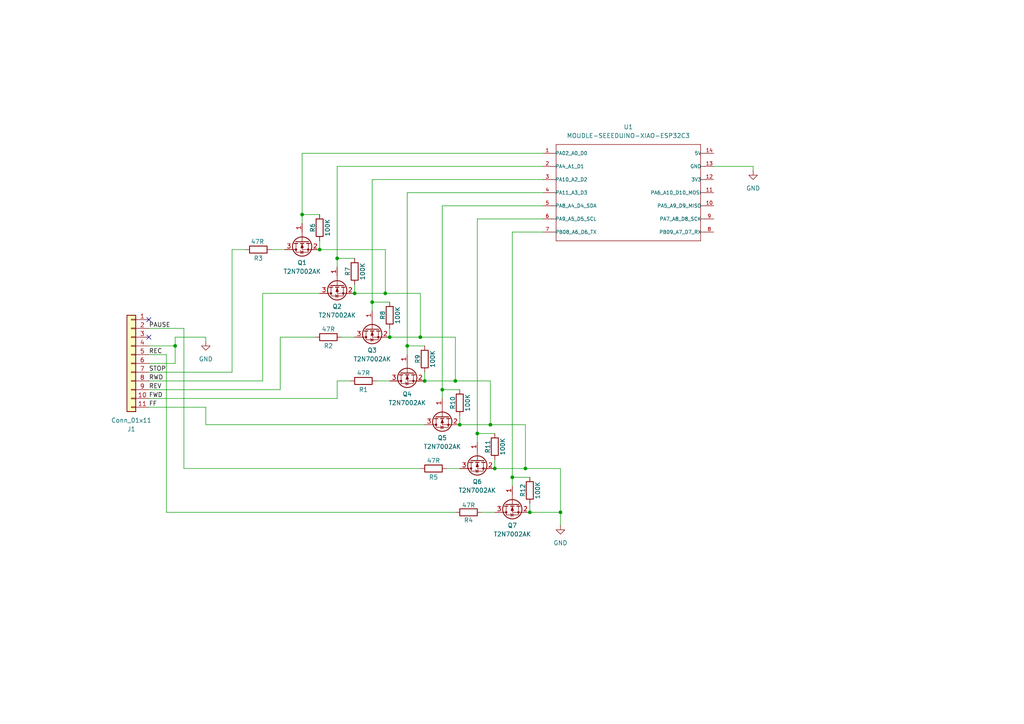
<source format=kicad_sch>
(kicad_sch (version 20250114) (generator "eeschema") (generator_version "9.0")
  (paper "A4")
  (title_block (title "Akai GX 635 Remote") (date "2025-09-22") (rev "1.0") (company "Funkeleinhorn"))
  (lib_symbols
    (symbol "Connector_Generic:Conn_01x11" (pin_names (offset 1.016) (hide yes))
      (property "Reference" "J" (at 0 15.24 0))
      (property "Value" "Conn_01x11" (at 0 -15.24 0))
      (symbol "Conn_01x11_1_1"
        (rectangle (start -1.27 13.97) (end 1.27 -13.97) (stroke (width 0.254)) (fill (type background)))
        (rectangle (start -1.27 12.827) (end 0 12.573) (stroke (width 0.1524)))
        (rectangle (start -1.27 10.287) (end 0 10.033) (stroke (width 0.1524)))
        (rectangle (start -1.27 7.747) (end 0 7.493) (stroke (width 0.1524)))
        (rectangle (start -1.27 5.207) (end 0 4.953) (stroke (width 0.1524)))
        (rectangle (start -1.27 2.667) (end 0 2.413) (stroke (width 0.1524)))
        (rectangle (start -1.27 0.127) (end 0 -0.127) (stroke (width 0.1524)))
        (rectangle (start -1.27 -2.413) (end 0 -2.667) (stroke (width 0.1524)))
        (rectangle (start -1.27 -4.953) (end 0 -5.207) (stroke (width 0.1524)))
        (rectangle (start -1.27 -7.493) (end 0 -7.747) (stroke (width 0.1524)))
        (rectangle (start -1.27 -10.033) (end 0 -10.287) (stroke (width 0.1524)))
        (rectangle (start -1.27 -12.573) (end 0 -12.827) (stroke (width 0.1524)))
        (pin passive line (at -5.08 12.7 0) (length 3.81) (name "Pin_1") (number "1"))
        (pin passive line (at -5.08 10.16 0) (length 3.81) (name "Pin_2") (number "2"))
        (pin passive line (at -5.08 7.62 0) (length 3.81) (name "Pin_3") (number "3"))
        (pin passive line (at -5.08 5.08 0) (length 3.81) (name "Pin_4") (number "4"))
        (pin passive line (at -5.08 2.54 0) (length 3.81) (name "Pin_5") (number "5"))
        (pin passive line (at -5.08 0 0) (length 3.81) (name "Pin_6") (number "6"))
        (pin passive line (at -5.08 -2.54 0) (length 3.81) (name "Pin_7") (number "7"))
        (pin passive line (at -5.08 -5.08 0) (length 3.81) (name "Pin_8") (number "8"))
        (pin passive line (at -5.08 -7.62 0) (length 3.81) (name "Pin_9") (number "9"))
        (pin passive line (at -5.08 -10.16 0) (length 3.81) (name "Pin_10") (number "10"))
        (pin passive line (at -5.08 -12.7 0) (length 3.81) (name "Pin_11") (number "11"))
      )
    )
    (symbol "Device:R" (pin_numbers (hide yes)) (pin_names (offset 0))
      (property "Reference" "R" (at 2.032 0 90))
      (property "Value" "R" (at 0 0 90))
      (symbol "R_0_1"
        (rectangle (start -1.016 -2.54) (end 1.016 2.54) (stroke (width 0.254)))
      )
      (symbol "R_1_1"
        (pin passive line (at 0 3.81 270) (length 1.27) (name "~") (number "1"))
        (pin passive line (at 0 -3.81 90) (length 1.27) (name "~") (number "2"))
      )
    )
    (symbol "MOUDLE-SEEEDUINO-XIAO-ESP32C3:MOUDLE-SEEEDUINO-XIAO-ESP32C3" (pin_names (offset 1.016))
      (property "Reference" "U" (at -21.59 15.24 0))
      (property "Value" "MOUDLE-SEEEDUINO-XIAO-ESP32C3" (at -21.59 13.97 0))
      (symbol "MOUDLE-SEEEDUINO-XIAO-ESP32C3_0_0"
        (polyline (pts (xy -21.59 13.97) (xy 20.32 13.97)) (stroke (width 0.1524)))
        (polyline (pts (xy -21.59 11.43) (xy -22.86 11.43)) (stroke (width 0.1524)))
        (polyline (pts (xy -21.59 11.43) (xy -21.59 13.97)) (stroke (width 0.1524)))
        (polyline (pts (xy -21.59 7.62) (xy -22.86 7.62)) (stroke (width 0.1524)))
        (polyline (pts (xy -21.59 7.62) (xy -21.59 11.43)) (stroke (width 0.1524)))
        (polyline (pts (xy -21.59 3.81) (xy -22.86 3.81)) (stroke (width 0.1524)))
        (polyline (pts (xy -21.59 3.81) (xy -21.59 7.62)) (stroke (width 0.1524)))
        (polyline (pts (xy -21.59 0) (xy -22.86 0)) (stroke (width 0.1524)))
        (polyline (pts (xy -21.59 0) (xy -21.59 3.81)) (stroke (width 0.1524)))
        (polyline (pts (xy -21.59 -3.81) (xy -22.86 -3.81)) (stroke (width 0.1524)))
        (polyline (pts (xy -21.59 -7.62) (xy -22.86 -7.62)) (stroke (width 0.1524)))
        (polyline (pts (xy -21.59 -11.43) (xy -22.86 -11.43)) (stroke (width 0.1524)))
        (polyline (pts (xy -21.59 -13.97) (xy -21.59 0)) (stroke (width 0.1524)))
        (polyline (pts (xy 20.32 13.97) (xy 20.32 11.43)) (stroke (width 0.1524)))
        (polyline (pts (xy 20.32 11.43) (xy 20.32 7.62)) (stroke (width 0.1524)))
        (polyline (pts (xy 20.32 7.62) (xy 20.32 3.81)) (stroke (width 0.1524)))
        (polyline (pts (xy 20.32 3.81) (xy 20.32 -13.97)) (stroke (width 0.1524)))
        (polyline (pts (xy 20.32 -13.97) (xy -21.59 -13.97)) (stroke (width 0.1524)))
        (polyline (pts (xy 21.59 11.43) (xy 20.32 11.43)) (stroke (width 0.1524)))
        (polyline (pts (xy 21.59 7.62) (xy 20.32 7.62)) (stroke (width 0.1524)))
        (polyline (pts (xy 21.59 3.81) (xy 20.32 3.81)) (stroke (width 0.1524)))
        (polyline (pts (xy 21.59 0) (xy 20.32 0)) (stroke (width 0.1524)))
        (polyline (pts (xy 21.59 -3.81) (xy 20.32 -3.81)) (stroke (width 0.1524)))
        (polyline (pts (xy 21.59 -7.62) (xy 20.32 -7.62)) (stroke (width 0.1524)))
        (polyline (pts (xy 21.59 -11.43) (xy 20.32 -11.43)) (stroke (width 0.1524)))
        (pin bidirectional line (at -25.4 11.43 0) (length 2.54) (name "PA02_A0_D0") (number "1"))
        (pin bidirectional line (at -25.4 7.62 0) (length 2.54) (name "PA4_A1_D1") (number "2"))
        (pin bidirectional line (at -25.4 3.81 0) (length 2.54) (name "PA10_A2_D2") (number "3"))
        (pin bidirectional line (at -25.4 0 0) (length 2.54) (name "PA11_A3_D3") (number "4"))
        (pin bidirectional line (at -25.4 -3.81 0) (length 2.54) (name "PA8_A4_D4_SDA") (number "5"))
        (pin bidirectional line (at -25.4 -7.62 0) (length 2.54) (name "PA9_A5_D5_SCL") (number "6"))
        (pin bidirectional line (at -25.4 -11.43 0) (length 2.54) (name "PB08_A6_D6_TX") (number "7"))
        (pin bidirectional line (at 24.13 11.43 180) (length 2.54) (name "5V") (number "14"))
        (pin bidirectional line (at 24.13 7.62 180) (length 2.54) (name "GND") (number "13"))
        (pin bidirectional line (at 24.13 3.81 180) (length 2.54) (name "3V3") (number "12"))
        (pin bidirectional line (at 24.13 0 180) (length 2.54) (name "PA6_A10_D10_MOSI") (number "11"))
        (pin bidirectional line (at 24.13 -3.81 180) (length 2.54) (name "PA5_A9_D9_MISO") (number "10"))
        (pin bidirectional line (at 24.13 -7.62 180) (length 2.54) (name "PA7_A8_D8_SCK") (number "9"))
        (pin bidirectional line (at 24.13 -11.43 180) (length 2.54) (name "PB09_A7_D7_RX") (number "8"))
      )
    )
    (symbol "Transistor_FET:T2N7002AK" (pin_names (hide yes))
      (property "Reference" "Q" (at 5.08 1.905 0))
      (property "Value" "T2N7002AK" (at 5.08 0 0))
      (symbol "T2N7002AK_0_1"
        (polyline (pts (xy 0.254 1.905) (xy 0.254 -1.905)) (stroke (width 0.254)))
        (polyline (pts (xy 0.254 0) (xy -2.54 0)))
        (polyline (pts (xy 0.762 2.286) (xy 0.762 1.27)) (stroke (width 0.254)))
        (polyline (pts (xy 0.762 0.508) (xy 0.762 -0.508)) (stroke (width 0.254)))
        (polyline (pts (xy 0.762 -1.27) (xy 0.762 -2.286)) (stroke (width 0.254)))
        (polyline (pts (xy 0.762 -1.778) (xy 3.302 -1.778) (xy 3.302 1.778) (xy 0.762 1.778)))
        (polyline (pts (xy 1.016 0) (xy 2.032 0.381) (xy 2.032 -0.381) (xy 1.016 0)) (fill (type outline)))
        (circle (center 1.651 0) (radius 2.794) (stroke (width 0.254)))
        (polyline (pts (xy 2.54 2.54) (xy 2.54 1.778)))
        (circle (center 2.54 1.778) (radius 0.254) (fill (type outline)))
        (circle (center 2.54 -1.778) (radius 0.254) (fill (type outline)))
        (polyline (pts (xy 2.54 -2.54) (xy 2.54 0) (xy 0.762 0)))
        (polyline (pts (xy 2.794 0.508) (xy 2.921 0.381) (xy 3.683 0.381) (xy 3.81 0.254)))
        (polyline (pts (xy 3.302 0.381) (xy 2.921 -0.254) (xy 3.683 -0.254) (xy 3.302 0.381)))
      )
      (symbol "T2N7002AK_1_1"
        (pin input line (at -5.08 0 0) (length 2.54) (name "G") (number "1"))
        (pin passive line (at 2.54 5.08 270) (length 2.54) (name "D") (number "3"))
        (pin passive line (at 2.54 -5.08 90) (length 2.54) (name "S") (number "2"))
      )
    )
    (symbol "power:GND" (power) (pin_numbers (hide yes)) (pin_names (offset 0) (hide yes))
      (property "Value" "GND" (at 0 -3.81 0))
      (symbol "GND_0_1"
        (polyline (pts (xy 0 0) (xy 0 -1.27) (xy 1.27 -1.27) (xy 0 -2.54) (xy -1.27 -1.27) (xy 0 -1.27)))
      )
      (symbol "GND_1_1"
        (pin power_in line (at 0 0 270) (length 0) (name "~") (number "1"))
      )
    )
  )
  (junction (at 133.35 123.19))
  (junction (at 148.59 138.43))
  (junction (at 132.08 110.49))
  (junction (at 92.71 72.39))
  (junction (at 50.8 100.33))
  (junction (at 128.27 113.03))
  (junction (at 152.4 135.89))
  (junction (at 138.43 125.73))
  (junction (at 118.11 100.33))
  (junction (at 162.56 148.59))
  (junction (at 121.92 97.79))
  (junction (at 142.24 123.19))
  (junction (at 111.76 85.09))
  (junction (at 97.79 74.93))
  (junction (at 113.03 97.79))
  (junction (at 87.63 62.23))
  (junction (at 107.95 87.63))
  (junction (at 123.19 110.49))
  (junction (at 102.87 85.09))
  (junction (at 153.67 148.59))
  (junction (at 143.51 135.89))
  (no_connect (at 43.18 97.79))
  (no_connect (at 43.18 92.71))
  (wire (pts (xy 59.69 97.79) (xy 59.69 99.06)))
  (wire (pts (xy 107.95 87.63) (xy 113.03 87.63)))
  (wire (pts (xy 118.11 55.88) (xy 157.48 55.88)))
  (wire (pts (xy 111.76 72.39) (xy 92.71 72.39)))
  (wire (pts (xy 43.18 100.33) (xy 50.8 100.33)))
  (wire (pts (xy 97.79 110.49) (xy 97.79 115.57)))
  (wire (pts (xy 142.24 123.19) (xy 142.24 110.49)))
  (wire (pts (xy 118.11 100.33) (xy 118.11 102.87)))
  (wire (pts (xy 118.11 55.88) (xy 118.11 100.33)))
  (wire (pts (xy 109.22 110.49) (xy 113.03 110.49)))
  (wire (pts (xy 121.92 85.09) (xy 111.76 85.09)))
  (wire (pts (xy 107.95 52.07) (xy 157.48 52.07)))
  (wire (pts (xy 102.87 82.55) (xy 102.87 85.09)))
  (wire (pts (xy 132.08 97.79) (xy 121.92 97.79)))
  (wire (pts (xy 107.95 52.07) (xy 107.95 87.63)))
  (wire (pts (xy 152.4 123.19) (xy 142.24 123.19)))
  (wire (pts (xy 76.2 110.49) (xy 43.18 110.49)))
  (wire (pts (xy 97.79 48.26) (xy 157.48 48.26)))
  (wire (pts (xy 50.8 105.41) (xy 50.8 100.33)))
  (wire (pts (xy 138.43 128.27) (xy 138.43 125.73)))
  (wire (pts (xy 87.63 62.23) (xy 92.71 62.23)))
  (wire (pts (xy 148.59 140.97) (xy 148.59 138.43)))
  (wire (pts (xy 138.43 125.73) (xy 143.51 125.73)))
  (wire (pts (xy 87.63 44.45) (xy 87.63 62.23)))
  (wire (pts (xy 92.71 85.09) (xy 76.2 85.09)))
  (wire (pts (xy 50.8 97.79) (xy 50.8 100.33)))
  (wire (pts (xy 139.7 148.59) (xy 143.51 148.59)))
  (wire (pts (xy 129.54 135.89) (xy 133.35 135.89)))
  (wire (pts (xy 152.4 135.89) (xy 152.4 123.19)))
  (wire (pts (xy 128.27 59.69) (xy 128.27 113.03)))
  (wire (pts (xy 67.31 107.95) (xy 43.18 107.95)))
  (wire (pts (xy 59.69 123.19) (xy 59.69 118.11)))
  (wire (pts (xy 162.56 152.4) (xy 162.56 148.59)))
  (wire (pts (xy 53.34 135.89) (xy 121.92 135.89)))
  (wire (pts (xy 128.27 115.57) (xy 128.27 113.03)))
  (wire (pts (xy 148.59 67.31) (xy 157.48 67.31)))
  (wire (pts (xy 53.34 95.25) (xy 53.34 135.89)))
  (wire (pts (xy 97.79 110.49) (xy 101.6 110.49)))
  (wire (pts (xy 97.79 48.26) (xy 97.79 74.93)))
  (wire (pts (xy 43.18 105.41) (xy 50.8 105.41)))
  (wire (pts (xy 43.18 113.03) (xy 81.28 113.03)))
  (wire (pts (xy 132.08 110.49) (xy 123.19 110.49)))
  (wire (pts (xy 121.92 97.79) (xy 121.92 85.09)))
  (wire (pts (xy 81.28 97.79) (xy 91.44 97.79)))
  (wire (pts (xy 87.63 44.45) (xy 157.48 44.45)))
  (wire (pts (xy 138.43 63.5) (xy 157.48 63.5)))
  (wire (pts (xy 123.19 107.95) (xy 123.19 110.49)))
  (wire (pts (xy 132.08 110.49) (xy 132.08 97.79)))
  (wire (pts (xy 48.26 148.59) (xy 132.08 148.59)))
  (wire (pts (xy 153.67 148.59) (xy 162.56 148.59)))
  (wire (pts (xy 76.2 85.09) (xy 76.2 110.49)))
  (wire (pts (xy 133.35 120.65) (xy 133.35 123.19)))
  (wire (pts (xy 142.24 123.19) (xy 133.35 123.19)))
  (wire (pts (xy 218.44 48.26) (xy 218.44 49.53)))
  (wire (pts (xy 153.67 146.05) (xy 153.67 148.59)))
  (wire (pts (xy 207.01 48.26) (xy 218.44 48.26)))
  (wire (pts (xy 78.74 72.39) (xy 82.55 72.39)))
  (wire (pts (xy 113.03 95.25) (xy 113.03 97.79)))
  (wire (pts (xy 50.8 97.79) (xy 59.69 97.79)))
  (wire (pts (xy 99.06 97.79) (xy 102.87 97.79)))
  (wire (pts (xy 59.69 118.11) (xy 43.18 118.11)))
  (wire (pts (xy 162.56 135.89) (xy 152.4 135.89)))
  (wire (pts (xy 92.71 69.85) (xy 92.71 72.39)))
  (wire (pts (xy 67.31 72.39) (xy 67.31 107.95)))
  (wire (pts (xy 143.51 135.89) (xy 152.4 135.89)))
  (wire (pts (xy 81.28 97.79) (xy 81.28 113.03)))
  (wire (pts (xy 148.59 67.31) (xy 148.59 138.43)))
  (wire (pts (xy 107.95 90.17) (xy 107.95 87.63)))
  (wire (pts (xy 97.79 74.93) (xy 102.87 74.93)))
  (wire (pts (xy 43.18 115.57) (xy 97.79 115.57)))
  (wire (pts (xy 128.27 59.69) (xy 157.48 59.69)))
  (wire (pts (xy 123.19 100.33) (xy 118.11 100.33)))
  (wire (pts (xy 138.43 63.5) (xy 138.43 125.73)))
  (wire (pts (xy 123.19 123.19) (xy 59.69 123.19)))
  (wire (pts (xy 111.76 85.09) (xy 111.76 72.39)))
  (wire (pts (xy 97.79 74.93) (xy 97.79 77.47)))
  (wire (pts (xy 148.59 138.43) (xy 153.67 138.43)))
  (wire (pts (xy 121.92 97.79) (xy 113.03 97.79)))
  (wire (pts (xy 142.24 110.49) (xy 132.08 110.49)))
  (wire (pts (xy 48.26 102.87) (xy 48.26 148.59)))
  (wire (pts (xy 71.12 72.39) (xy 67.31 72.39)))
  (wire (pts (xy 111.76 85.09) (xy 102.87 85.09)))
  (wire (pts (xy 162.56 148.59) (xy 162.56 135.89)))
  (wire (pts (xy 43.18 102.87) (xy 48.26 102.87)))
  (wire (pts (xy 53.34 95.25) (xy 43.18 95.25)))
  (wire (pts (xy 128.27 113.03) (xy 133.35 113.03)))
  (wire (pts (xy 143.51 133.35) (xy 143.51 135.89)))
  (wire (pts (xy 87.63 62.23) (xy 87.63 64.77)))
  (label "REV" (at 43.18 113.03 0))
  (label "STOP" (at 43.18 107.95 0))
  (label "PAUSE" (at 43.18 95.25 0))
  (label "RWD" (at 43.18 110.49 0))
  (label "REC" (at 43.18 102.87 0))
  (label "FF" (at 43.18 118.11 0))
  (label "FWD" (at 43.18 115.57 0))
  (symbol (lib_id "Device:R") (at 125.73 135.89 90) (mirror x) (unit 1)
    (property "Reference" "R5" (at 125.73 138.43 90))
    (property "Value" "47R" (at 125.73 133.604 90))
    (property "Footprint" "Resistor_SMD:R_0603_1608Metric" (effects (hide yes)))
    (property "Description" "Resistor" (effects (hide yes)))
  )
  (symbol (lib_id "power:GND") (at 59.69 99.06 0) (unit 1)
    (property "Reference" "#PWR01" (effects (hide yes)))
    (property "Value" "GND" (at 59.69 104.14 0))
    (property "Description" "Power symbol creates a global label with name \"GND\" , ground" (effects (hide yes)))
  )
  (symbol (lib_id "Transistor_FET:T2N7002AK") (at 107.95 95.25 90) (mirror x) (unit 1)
    (property "Reference" "Q3" (at 107.95 101.6 90))
    (property "Value" "T2N7002AK" (at 107.95 104.14 90))
    (property "Footprint" "Package_TO_SOT_SMD:SOT-23" (effects (hide yes)))
    (property "Datasheet" "https://toshiba.semicon-storage.com/info/docget.jsp?did=29712&prodName=T2N7002AK" (effects (hide yes)))
    (property "Description" "60V Vds, 0.2A Id, N-Channel MOSFET, SOT-23" (effects (hide yes)))
  )
  (symbol (lib_id "Transistor_FET:T2N7002AK") (at 97.79 82.55 90) (mirror x) (unit 1)
    (property "Reference" "Q2" (at 97.79 88.9 90))
    (property "Value" "T2N7002AK" (at 97.79 91.44 90))
    (property "Footprint" "Package_TO_SOT_SMD:SOT-23" (effects (hide yes)))
    (property "Datasheet" "https://toshiba.semicon-storage.com/info/docget.jsp?did=29712&prodName=T2N7002AK" (effects (hide yes)))
    (property "Description" "60V Vds, 0.2A Id, N-Channel MOSFET, SOT-23" (effects (hide yes)))
  )
  (symbol (lib_id "Device:R") (at 113.03 91.44 0) (mirror x) (unit 1)
    (property "Reference" "R8" (at 110.998 91.44 90))
    (property "Value" "100K" (at 115.316 91.44 90))
    (property "Footprint" "Resistor_SMD:R_0603_1608Metric" (effects (hide yes)))
    (property "Description" "Resistor" (effects (hide yes)))
  )
  (symbol (lib_id "Device:R") (at 123.19 104.14 0) (mirror x) (unit 1)
    (property "Reference" "R9" (at 121.158 104.14 90))
    (property "Value" "100K" (at 125.476 104.14 90))
    (property "Footprint" "Resistor_SMD:R_0603_1608Metric" (effects (hide yes)))
    (property "Description" "Resistor" (effects (hide yes)))
  )
  (symbol (lib_id "Transistor_FET:T2N7002AK") (at 138.43 133.35 90) (mirror x) (unit 1)
    (property "Reference" "Q6" (at 138.43 139.7 90))
    (property "Value" "T2N7002AK" (at 138.43 142.24 90))
    (property "Footprint" "Package_TO_SOT_SMD:SOT-23" (effects (hide yes)))
    (property "Datasheet" "https://toshiba.semicon-storage.com/info/docget.jsp?did=29712&prodName=T2N7002AK" (effects (hide yes)))
    (property "Description" "60V Vds, 0.2A Id, N-Channel MOSFET, SOT-23" (effects (hide yes)))
  )
  (symbol (lib_id "Device:R") (at 74.93 72.39 90) (mirror x) (unit 1)
    (property "Reference" "R3" (at 74.93 74.93 90))
    (property "Value" "47R" (at 74.676 70.104 90))
    (property "Footprint" "Resistor_SMD:R_0603_1608Metric" (effects (hide yes)))
    (property "Description" "Resistor" (effects (hide yes)))
  )
  (symbol (lib_id "Device:R") (at 102.87 78.74 0) (mirror x) (unit 1)
    (property "Reference" "R7" (at 100.838 78.74 90))
    (property "Value" "100K" (at 105.156 78.74 90))
    (property "Footprint" "Resistor_SMD:R_0603_1608Metric" (effects (hide yes)))
    (property "Description" "Resistor" (effects (hide yes)))
  )
  (symbol (lib_id "Device:R") (at 133.35 116.84 0) (mirror x) (unit 1)
    (property "Reference" "R10" (at 131.318 116.84 90))
    (property "Value" "100K" (at 135.636 116.84 90))
    (property "Footprint" "Resistor_SMD:R_0603_1608Metric" (effects (hide yes)))
    (property "Description" "Resistor" (effects (hide yes)))
  )
  (symbol (lib_id "Connector_Generic:Conn_01x11") (at 38.1 105.41 0) (mirror y) (unit 1)
    (property "Reference" "J1" (at 38.1 124.46 0))
    (property "Value" "Conn_01x11" (at 38.1 121.92 0))
    (property "Footprint" "akai_gx_635_remote_control_port:AKAI_GX_635_REMOTE_CONTROL_PORT" (effects (hide yes)))
    (property "Description" "Generic connector, single row, 01x11, script generated (kicad-library-utils/schlib/autogen/connector/)" (effects (hide yes)))
  )
  (symbol (lib_id "power:GND") (at 162.56 152.4 0) (unit 1)
    (property "Reference" "#PWR03" (effects (hide yes)))
    (property "Value" "GND" (at 162.56 157.48 0))
    (property "Description" "Power symbol creates a global label with name \"GND\" , ground" (effects (hide yes)))
  )
  (symbol (lib_id "Device:R") (at 105.41 110.49 90) (mirror x) (unit 1)
    (property "Reference" "R1" (at 105.41 113.03 90))
    (property "Value" "47R" (at 105.41 108.204 90))
    (property "Footprint" "Resistor_SMD:R_0603_1608Metric" (effects (hide yes)))
    (property "Description" "Resistor" (effects (hide yes)))
  )
  (symbol (lib_id "MOUDLE-SEEEDUINO-XIAO-ESP32C3:MOUDLE-SEEEDUINO-XIAO-ESP32C3") (at 182.88 55.88 0) (unit 1)
    (property "Reference" "U1" (at 182.245 36.83 0))
    (property "Value" "MOUDLE-SEEEDUINO-XIAO-ESP32C3" (at 182.245 39.37 0))
    (property "Footprint" "MOUDLE14P-SMD-2.54-21X17.8MM" (effects (hide yes)))
  )
  (symbol (lib_id "Device:R") (at 95.25 97.79 90) (mirror x) (unit 1)
    (property "Reference" "R2" (at 95.25 100.33 90))
    (property "Value" "47R" (at 95.25 95.504 90))
    (property "Footprint" "Resistor_SMD:R_0603_1608Metric" (effects (hide yes)))
    (property "Description" "Resistor" (effects (hide yes)))
  )
  (symbol (lib_id "Device:R") (at 92.71 66.04 0) (mirror x) (unit 1)
    (property "Reference" "R6" (at 90.678 66.04 90))
    (property "Value" "100K" (at 94.996 66.04 90))
    (property "Footprint" "Resistor_SMD:R_0603_1608Metric" (effects (hide yes)))
    (property "Description" "Resistor" (effects (hide yes)))
  )
  (symbol (lib_id "Device:R") (at 153.67 142.24 0) (mirror x) (unit 1)
    (property "Reference" "R12" (at 151.638 142.24 90))
    (property "Value" "100K" (at 155.956 142.24 90))
    (property "Footprint" "Resistor_SMD:R_0603_1608Metric" (effects (hide yes)))
    (property "Description" "Resistor" (effects (hide yes)))
  )
  (symbol (lib_id "Transistor_FET:T2N7002AK") (at 128.27 120.65 90) (mirror x) (unit 1)
    (property "Reference" "Q5" (at 128.27 127 90))
    (property "Value" "T2N7002AK" (at 128.27 129.54 90))
    (property "Footprint" "Package_TO_SOT_SMD:SOT-23" (effects (hide yes)))
    (property "Datasheet" "https://toshiba.semicon-storage.com/info/docget.jsp?did=29712&prodName=T2N7002AK" (effects (hide yes)))
    (property "Description" "60V Vds, 0.2A Id, N-Channel MOSFET, SOT-23" (effects (hide yes)))
  )
  (symbol (lib_id "Transistor_FET:T2N7002AK") (at 118.11 107.95 90) (mirror x) (unit 1)
    (property "Reference" "Q4" (at 118.11 114.3 90))
    (property "Value" "T2N7002AK" (at 118.11 116.84 90))
    (property "Footprint" "Package_TO_SOT_SMD:SOT-23" (effects (hide yes)))
    (property "Datasheet" "https://toshiba.semicon-storage.com/info/docget.jsp?did=29712&prodName=T2N7002AK" (effects (hide yes)))
    (property "Description" "60V Vds, 0.2A Id, N-Channel MOSFET, SOT-23" (effects (hide yes)))
  )
  (symbol (lib_id "Transistor_FET:T2N7002AK") (at 148.59 146.05 90) (mirror x) (unit 1)
    (property "Reference" "Q7" (at 148.59 152.4 90))
    (property "Value" "T2N7002AK" (at 148.59 154.94 90))
    (property "Footprint" "Package_TO_SOT_SMD:SOT-23" (effects (hide yes)))
    (property "Datasheet" "https://toshiba.semicon-storage.com/info/docget.jsp?did=29712&prodName=T2N7002AK" (effects (hide yes)))
    (property "Description" "60V Vds, 0.2A Id, N-Channel MOSFET, SOT-23" (effects (hide yes)))
  )
  (symbol (lib_id "Device:R") (at 135.89 148.59 90) (mirror x) (unit 1)
    (property "Reference" "R4" (at 135.89 150.876 90))
    (property "Value" "47R" (at 135.89 146.558 90))
    (property "Footprint" "Resistor_SMD:R_0603_1608Metric" (effects (hide yes)))
    (property "Description" "Resistor" (effects (hide yes)))
  )
  (symbol (lib_id "Transistor_FET:T2N7002AK") (at 87.63 69.85 90) (mirror x) (unit 1)
    (property "Reference" "Q1" (at 87.63 76.2 90))
    (property "Value" "T2N7002AK" (at 87.63 78.74 90))
    (property "Footprint" "Package_TO_SOT_SMD:SOT-23" (effects (hide yes)))
    (property "Datasheet" "https://toshiba.semicon-storage.com/info/docget.jsp?did=29712&prodName=T2N7002AK" (effects (hide yes)))
    (property "Description" "60V Vds, 0.2A Id, N-Channel MOSFET, SOT-23" (effects (hide yes)))
  )
  (symbol (lib_id "Device:R") (at 143.51 129.54 0) (mirror x) (unit 1)
    (property "Reference" "R11" (at 141.478 129.54 90))
    (property "Value" "100K" (at 145.796 129.54 90))
    (property "Footprint" "Resistor_SMD:R_0603_1608Metric" (effects (hide yes)))
    (property "Description" "Resistor" (effects (hide yes)))
  )
  (symbol (lib_id "power:GND") (at 218.44 49.53 0) (unit 1)
    (property "Reference" "#PWR02" (effects (hide yes)))
    (property "Value" "GND" (at 218.44 54.61 0))
    (property "Description" "Power symbol creates a global label with name \"GND\" , ground" (effects (hide yes)))
  )
)
</source>
